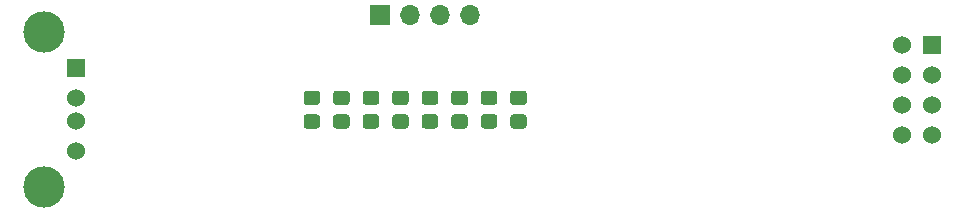
<source format=gbs>
G04 #@! TF.GenerationSoftware,KiCad,Pcbnew,(5.1.10)-1*
G04 #@! TF.CreationDate,2022-03-27T16:46:42+02:00*
G04 #@! TF.ProjectId,LaserAutoSkipper_RX_schematic,4c617365-7241-4757-946f-536b69707065,1*
G04 #@! TF.SameCoordinates,Original*
G04 #@! TF.FileFunction,Soldermask,Bot*
G04 #@! TF.FilePolarity,Negative*
%FSLAX46Y46*%
G04 Gerber Fmt 4.6, Leading zero omitted, Abs format (unit mm)*
G04 Created by KiCad (PCBNEW (5.1.10)-1) date 2022-03-27 16:46:42*
%MOMM*%
%LPD*%
G01*
G04 APERTURE LIST*
%ADD10C,1.524000*%
%ADD11R,1.524000X1.524000*%
%ADD12C,3.500000*%
%ADD13O,1.700000X1.700000*%
%ADD14R,1.700000X1.700000*%
G04 APERTURE END LIST*
D10*
X60000000Y-71500000D03*
X60000000Y-69000000D03*
X60000000Y-67000000D03*
D11*
X60000000Y-64500000D03*
D12*
X57290000Y-61430000D03*
X57290000Y-74570000D03*
D13*
X93370000Y-60000000D03*
X90830000Y-60000000D03*
X88290000Y-60000000D03*
D14*
X85750000Y-60000000D03*
D10*
X129960000Y-70120000D03*
X132500000Y-70120000D03*
X129960000Y-67580000D03*
X132500000Y-67580000D03*
X129960000Y-65040000D03*
X132500000Y-65040000D03*
X129960000Y-62500000D03*
D11*
X132500000Y-62500000D03*
G36*
G01*
X97950001Y-67600000D02*
X97049999Y-67600000D01*
G75*
G02*
X96800000Y-67350001I0J249999D01*
G01*
X96800000Y-66649999D01*
G75*
G02*
X97049999Y-66400000I249999J0D01*
G01*
X97950001Y-66400000D01*
G75*
G02*
X98200000Y-66649999I0J-249999D01*
G01*
X98200000Y-67350001D01*
G75*
G02*
X97950001Y-67600000I-249999J0D01*
G01*
G37*
G36*
G01*
X97950001Y-69600000D02*
X97049999Y-69600000D01*
G75*
G02*
X96800000Y-69350001I0J249999D01*
G01*
X96800000Y-68649999D01*
G75*
G02*
X97049999Y-68400000I249999J0D01*
G01*
X97950001Y-68400000D01*
G75*
G02*
X98200000Y-68649999I0J-249999D01*
G01*
X98200000Y-69350001D01*
G75*
G02*
X97950001Y-69600000I-249999J0D01*
G01*
G37*
G36*
G01*
X95450001Y-67600000D02*
X94549999Y-67600000D01*
G75*
G02*
X94300000Y-67350001I0J249999D01*
G01*
X94300000Y-66649999D01*
G75*
G02*
X94549999Y-66400000I249999J0D01*
G01*
X95450001Y-66400000D01*
G75*
G02*
X95700000Y-66649999I0J-249999D01*
G01*
X95700000Y-67350001D01*
G75*
G02*
X95450001Y-67600000I-249999J0D01*
G01*
G37*
G36*
G01*
X95450001Y-69600000D02*
X94549999Y-69600000D01*
G75*
G02*
X94300000Y-69350001I0J249999D01*
G01*
X94300000Y-68649999D01*
G75*
G02*
X94549999Y-68400000I249999J0D01*
G01*
X95450001Y-68400000D01*
G75*
G02*
X95700000Y-68649999I0J-249999D01*
G01*
X95700000Y-69350001D01*
G75*
G02*
X95450001Y-69600000I-249999J0D01*
G01*
G37*
G36*
G01*
X92950001Y-67600000D02*
X92049999Y-67600000D01*
G75*
G02*
X91800000Y-67350001I0J249999D01*
G01*
X91800000Y-66649999D01*
G75*
G02*
X92049999Y-66400000I249999J0D01*
G01*
X92950001Y-66400000D01*
G75*
G02*
X93200000Y-66649999I0J-249999D01*
G01*
X93200000Y-67350001D01*
G75*
G02*
X92950001Y-67600000I-249999J0D01*
G01*
G37*
G36*
G01*
X92950001Y-69600000D02*
X92049999Y-69600000D01*
G75*
G02*
X91800000Y-69350001I0J249999D01*
G01*
X91800000Y-68649999D01*
G75*
G02*
X92049999Y-68400000I249999J0D01*
G01*
X92950001Y-68400000D01*
G75*
G02*
X93200000Y-68649999I0J-249999D01*
G01*
X93200000Y-69350001D01*
G75*
G02*
X92950001Y-69600000I-249999J0D01*
G01*
G37*
G36*
G01*
X90450000Y-67600000D02*
X89549998Y-67600000D01*
G75*
G02*
X89299999Y-67350001I0J249999D01*
G01*
X89299999Y-66649999D01*
G75*
G02*
X89549998Y-66400000I249999J0D01*
G01*
X90450000Y-66400000D01*
G75*
G02*
X90699999Y-66649999I0J-249999D01*
G01*
X90699999Y-67350001D01*
G75*
G02*
X90450000Y-67600000I-249999J0D01*
G01*
G37*
G36*
G01*
X90450000Y-69600000D02*
X89549998Y-69600000D01*
G75*
G02*
X89299999Y-69350001I0J249999D01*
G01*
X89299999Y-68649999D01*
G75*
G02*
X89549998Y-68400000I249999J0D01*
G01*
X90450000Y-68400000D01*
G75*
G02*
X90699999Y-68649999I0J-249999D01*
G01*
X90699999Y-69350001D01*
G75*
G02*
X90450000Y-69600000I-249999J0D01*
G01*
G37*
G36*
G01*
X87950001Y-67599999D02*
X87049999Y-67599999D01*
G75*
G02*
X86800000Y-67350000I0J249999D01*
G01*
X86800000Y-66649998D01*
G75*
G02*
X87049999Y-66399999I249999J0D01*
G01*
X87950001Y-66399999D01*
G75*
G02*
X88200000Y-66649998I0J-249999D01*
G01*
X88200000Y-67350000D01*
G75*
G02*
X87950001Y-67599999I-249999J0D01*
G01*
G37*
G36*
G01*
X87950001Y-69599999D02*
X87049999Y-69599999D01*
G75*
G02*
X86800000Y-69350000I0J249999D01*
G01*
X86800000Y-68649998D01*
G75*
G02*
X87049999Y-68399999I249999J0D01*
G01*
X87950001Y-68399999D01*
G75*
G02*
X88200000Y-68649998I0J-249999D01*
G01*
X88200000Y-69350000D01*
G75*
G02*
X87950001Y-69599999I-249999J0D01*
G01*
G37*
G36*
G01*
X85450001Y-67599999D02*
X84549999Y-67599999D01*
G75*
G02*
X84300000Y-67350000I0J249999D01*
G01*
X84300000Y-66649998D01*
G75*
G02*
X84549999Y-66399999I249999J0D01*
G01*
X85450001Y-66399999D01*
G75*
G02*
X85700000Y-66649998I0J-249999D01*
G01*
X85700000Y-67350000D01*
G75*
G02*
X85450001Y-67599999I-249999J0D01*
G01*
G37*
G36*
G01*
X85450001Y-69599999D02*
X84549999Y-69599999D01*
G75*
G02*
X84300000Y-69350000I0J249999D01*
G01*
X84300000Y-68649998D01*
G75*
G02*
X84549999Y-68399999I249999J0D01*
G01*
X85450001Y-68399999D01*
G75*
G02*
X85700000Y-68649998I0J-249999D01*
G01*
X85700000Y-69350000D01*
G75*
G02*
X85450001Y-69599999I-249999J0D01*
G01*
G37*
G36*
G01*
X82950001Y-67599999D02*
X82049999Y-67599999D01*
G75*
G02*
X81800000Y-67350000I0J249999D01*
G01*
X81800000Y-66649998D01*
G75*
G02*
X82049999Y-66399999I249999J0D01*
G01*
X82950001Y-66399999D01*
G75*
G02*
X83200000Y-66649998I0J-249999D01*
G01*
X83200000Y-67350000D01*
G75*
G02*
X82950001Y-67599999I-249999J0D01*
G01*
G37*
G36*
G01*
X82950001Y-69599999D02*
X82049999Y-69599999D01*
G75*
G02*
X81800000Y-69350000I0J249999D01*
G01*
X81800000Y-68649998D01*
G75*
G02*
X82049999Y-68399999I249999J0D01*
G01*
X82950001Y-68399999D01*
G75*
G02*
X83200000Y-68649998I0J-249999D01*
G01*
X83200000Y-69350000D01*
G75*
G02*
X82950001Y-69599999I-249999J0D01*
G01*
G37*
G36*
G01*
X80450001Y-67599999D02*
X79549999Y-67599999D01*
G75*
G02*
X79300000Y-67350000I0J249999D01*
G01*
X79300000Y-66649998D01*
G75*
G02*
X79549999Y-66399999I249999J0D01*
G01*
X80450001Y-66399999D01*
G75*
G02*
X80700000Y-66649998I0J-249999D01*
G01*
X80700000Y-67350000D01*
G75*
G02*
X80450001Y-67599999I-249999J0D01*
G01*
G37*
G36*
G01*
X80450001Y-69599999D02*
X79549999Y-69599999D01*
G75*
G02*
X79300000Y-69350000I0J249999D01*
G01*
X79300000Y-68649998D01*
G75*
G02*
X79549999Y-68399999I249999J0D01*
G01*
X80450001Y-68399999D01*
G75*
G02*
X80700000Y-68649998I0J-249999D01*
G01*
X80700000Y-69350000D01*
G75*
G02*
X80450001Y-69599999I-249999J0D01*
G01*
G37*
M02*

</source>
